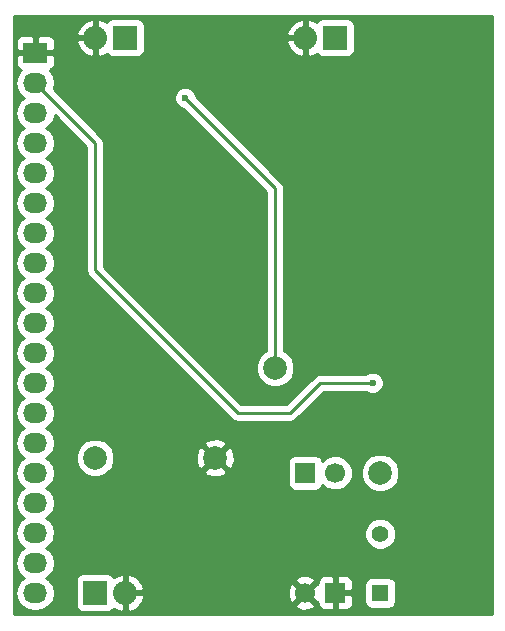
<source format=gbl>
G04 #@! TF.FileFunction,Copper,L2,Bot,Signal*
%FSLAX46Y46*%
G04 Gerber Fmt 4.6, Leading zero omitted, Abs format (unit mm)*
G04 Created by KiCad (PCBNEW 4.0.4+e1-6308~48~ubuntu16.04.1-stable) date Mon Oct 24 16:05:19 2016*
%MOMM*%
%LPD*%
G01*
G04 APERTURE LIST*
%ADD10C,0.100000*%
%ADD11R,1.400000X1.400000*%
%ADD12C,1.400000*%
%ADD13R,2.032000X2.032000*%
%ADD14O,2.032000X2.032000*%
%ADD15C,2.000000*%
%ADD16R,2.032000X1.727200*%
%ADD17O,2.032000X1.727200*%
%ADD18C,1.998980*%
%ADD19C,1.699260*%
%ADD20R,1.699260X1.699260*%
%ADD21C,0.600000*%
%ADD22C,0.250000*%
%ADD23C,0.254000*%
G04 APERTURE END LIST*
D10*
D11*
X102870000Y-124460000D03*
D12*
X102870000Y-119460000D03*
D13*
X78740000Y-124460000D03*
D14*
X81280000Y-124460000D03*
D13*
X81280000Y-77470000D03*
D14*
X78740000Y-77470000D03*
D13*
X99060000Y-77470000D03*
D14*
X96520000Y-77470000D03*
D15*
X102870000Y-114300000D03*
X93980000Y-105410000D03*
D16*
X73660000Y-78740000D03*
D17*
X73660000Y-81280000D03*
X73660000Y-83820000D03*
X73660000Y-86360000D03*
X73660000Y-88900000D03*
X73660000Y-91440000D03*
X73660000Y-93980000D03*
X73660000Y-96520000D03*
X73660000Y-99060000D03*
X73660000Y-101600000D03*
X73660000Y-104140000D03*
X73660000Y-106680000D03*
X73660000Y-109220000D03*
X73660000Y-111760000D03*
X73660000Y-114300000D03*
X73660000Y-116840000D03*
X73660000Y-119380000D03*
X73660000Y-121920000D03*
X73660000Y-124460000D03*
D18*
X78740000Y-113030000D03*
X88900000Y-113030000D03*
D19*
X99057460Y-114299480D03*
D20*
X99057460Y-124459480D03*
D19*
X96522540Y-124460520D03*
D20*
X96522540Y-114300520D03*
D21*
X86360000Y-82550000D03*
X102235000Y-106680000D03*
D22*
X93980000Y-105410000D02*
X93980000Y-90170000D01*
X93980000Y-90170000D02*
X86360000Y-82550000D01*
X78740000Y-86360000D02*
X73660000Y-81280000D01*
X78740000Y-97155000D02*
X78740000Y-86360000D01*
X90805000Y-109220000D02*
X78740000Y-97155000D01*
X95250000Y-109220000D02*
X90805000Y-109220000D01*
X97790000Y-106680000D02*
X95250000Y-109220000D01*
X102235000Y-106680000D02*
X97790000Y-106680000D01*
D23*
G36*
X112320000Y-126290000D02*
X71830000Y-126290000D01*
X71830000Y-81280000D01*
X71976655Y-81280000D01*
X72090729Y-81853489D01*
X72415585Y-82339670D01*
X72730366Y-82550000D01*
X72415585Y-82760330D01*
X72090729Y-83246511D01*
X71976655Y-83820000D01*
X72090729Y-84393489D01*
X72415585Y-84879670D01*
X72730366Y-85090000D01*
X72415585Y-85300330D01*
X72090729Y-85786511D01*
X71976655Y-86360000D01*
X72090729Y-86933489D01*
X72415585Y-87419670D01*
X72730366Y-87630000D01*
X72415585Y-87840330D01*
X72090729Y-88326511D01*
X71976655Y-88900000D01*
X72090729Y-89473489D01*
X72415585Y-89959670D01*
X72730366Y-90170000D01*
X72415585Y-90380330D01*
X72090729Y-90866511D01*
X71976655Y-91440000D01*
X72090729Y-92013489D01*
X72415585Y-92499670D01*
X72730366Y-92710000D01*
X72415585Y-92920330D01*
X72090729Y-93406511D01*
X71976655Y-93980000D01*
X72090729Y-94553489D01*
X72415585Y-95039670D01*
X72730366Y-95250000D01*
X72415585Y-95460330D01*
X72090729Y-95946511D01*
X71976655Y-96520000D01*
X72090729Y-97093489D01*
X72415585Y-97579670D01*
X72730366Y-97790000D01*
X72415585Y-98000330D01*
X72090729Y-98486511D01*
X71976655Y-99060000D01*
X72090729Y-99633489D01*
X72415585Y-100119670D01*
X72730366Y-100330000D01*
X72415585Y-100540330D01*
X72090729Y-101026511D01*
X71976655Y-101600000D01*
X72090729Y-102173489D01*
X72415585Y-102659670D01*
X72730366Y-102870000D01*
X72415585Y-103080330D01*
X72090729Y-103566511D01*
X71976655Y-104140000D01*
X72090729Y-104713489D01*
X72415585Y-105199670D01*
X72730366Y-105410000D01*
X72415585Y-105620330D01*
X72090729Y-106106511D01*
X71976655Y-106680000D01*
X72090729Y-107253489D01*
X72415585Y-107739670D01*
X72730366Y-107950000D01*
X72415585Y-108160330D01*
X72090729Y-108646511D01*
X71976655Y-109220000D01*
X72090729Y-109793489D01*
X72415585Y-110279670D01*
X72730366Y-110490000D01*
X72415585Y-110700330D01*
X72090729Y-111186511D01*
X71976655Y-111760000D01*
X72090729Y-112333489D01*
X72415585Y-112819670D01*
X72730366Y-113030000D01*
X72415585Y-113240330D01*
X72090729Y-113726511D01*
X71976655Y-114300000D01*
X72090729Y-114873489D01*
X72415585Y-115359670D01*
X72730366Y-115570000D01*
X72415585Y-115780330D01*
X72090729Y-116266511D01*
X71976655Y-116840000D01*
X72090729Y-117413489D01*
X72415585Y-117899670D01*
X72730366Y-118110000D01*
X72415585Y-118320330D01*
X72090729Y-118806511D01*
X71976655Y-119380000D01*
X72090729Y-119953489D01*
X72415585Y-120439670D01*
X72730366Y-120650000D01*
X72415585Y-120860330D01*
X72090729Y-121346511D01*
X71976655Y-121920000D01*
X72090729Y-122493489D01*
X72415585Y-122979670D01*
X72730366Y-123190000D01*
X72415585Y-123400330D01*
X72090729Y-123886511D01*
X71976655Y-124460000D01*
X72090729Y-125033489D01*
X72415585Y-125519670D01*
X72901766Y-125844526D01*
X73475255Y-125958600D01*
X73844745Y-125958600D01*
X74418234Y-125844526D01*
X74904415Y-125519670D01*
X75229271Y-125033489D01*
X75343345Y-124460000D01*
X75229271Y-123886511D01*
X74933595Y-123444000D01*
X77076560Y-123444000D01*
X77076560Y-125476000D01*
X77120838Y-125711317D01*
X77259910Y-125927441D01*
X77472110Y-126072431D01*
X77724000Y-126123440D01*
X79756000Y-126123440D01*
X79991317Y-126079162D01*
X80207441Y-125940090D01*
X80307856Y-125793128D01*
X80311621Y-125797188D01*
X80897054Y-126065983D01*
X81153000Y-125947367D01*
X81153000Y-124587000D01*
X81407000Y-124587000D01*
X81407000Y-125947367D01*
X81662946Y-126065983D01*
X82248379Y-125797188D01*
X82520043Y-125504210D01*
X95658455Y-125504210D01*
X95738682Y-125755473D01*
X96293907Y-125956870D01*
X96883939Y-125930461D01*
X97306398Y-125755473D01*
X97386625Y-125504210D01*
X96522540Y-124640125D01*
X95658455Y-125504210D01*
X82520043Y-125504210D01*
X82686385Y-125324818D01*
X82885975Y-124842944D01*
X82766836Y-124587000D01*
X81407000Y-124587000D01*
X81153000Y-124587000D01*
X81133000Y-124587000D01*
X81133000Y-124333000D01*
X81153000Y-124333000D01*
X81153000Y-122972633D01*
X81407000Y-122972633D01*
X81407000Y-124333000D01*
X82766836Y-124333000D01*
X82813902Y-124231887D01*
X95026190Y-124231887D01*
X95052599Y-124821919D01*
X95227587Y-125244378D01*
X95478850Y-125324605D01*
X96342935Y-124460520D01*
X96702145Y-124460520D01*
X97566230Y-125324605D01*
X97572830Y-125322498D01*
X97572830Y-125435419D01*
X97669503Y-125668808D01*
X97848131Y-125847437D01*
X98081520Y-125944110D01*
X98771710Y-125944110D01*
X98930460Y-125785360D01*
X98930460Y-124586480D01*
X99184460Y-124586480D01*
X99184460Y-125785360D01*
X99343210Y-125944110D01*
X100033400Y-125944110D01*
X100266789Y-125847437D01*
X100445417Y-125668808D01*
X100542090Y-125435419D01*
X100542090Y-124745230D01*
X100383340Y-124586480D01*
X99184460Y-124586480D01*
X98930460Y-124586480D01*
X98910460Y-124586480D01*
X98910460Y-124332480D01*
X98930460Y-124332480D01*
X98930460Y-123133600D01*
X99184460Y-123133600D01*
X99184460Y-124332480D01*
X100383340Y-124332480D01*
X100542090Y-124173730D01*
X100542090Y-123760000D01*
X101522560Y-123760000D01*
X101522560Y-125160000D01*
X101566838Y-125395317D01*
X101705910Y-125611441D01*
X101918110Y-125756431D01*
X102170000Y-125807440D01*
X103570000Y-125807440D01*
X103805317Y-125763162D01*
X104021441Y-125624090D01*
X104166431Y-125411890D01*
X104217440Y-125160000D01*
X104217440Y-123760000D01*
X104173162Y-123524683D01*
X104034090Y-123308559D01*
X103821890Y-123163569D01*
X103570000Y-123112560D01*
X102170000Y-123112560D01*
X101934683Y-123156838D01*
X101718559Y-123295910D01*
X101573569Y-123508110D01*
X101522560Y-123760000D01*
X100542090Y-123760000D01*
X100542090Y-123483541D01*
X100445417Y-123250152D01*
X100266789Y-123071523D01*
X100033400Y-122974850D01*
X99343210Y-122974850D01*
X99184460Y-123133600D01*
X98930460Y-123133600D01*
X98771710Y-122974850D01*
X98081520Y-122974850D01*
X97848131Y-123071523D01*
X97669503Y-123250152D01*
X97572830Y-123483541D01*
X97572830Y-123598542D01*
X97566230Y-123596435D01*
X96702145Y-124460520D01*
X96342935Y-124460520D01*
X95478850Y-123596435D01*
X95227587Y-123676662D01*
X95026190Y-124231887D01*
X82813902Y-124231887D01*
X82885975Y-124077056D01*
X82686385Y-123595182D01*
X82521008Y-123416830D01*
X95658455Y-123416830D01*
X96522540Y-124280915D01*
X97386625Y-123416830D01*
X97306398Y-123165567D01*
X96751173Y-122964170D01*
X96161141Y-122990579D01*
X95738682Y-123165567D01*
X95658455Y-123416830D01*
X82521008Y-123416830D01*
X82248379Y-123122812D01*
X81662946Y-122854017D01*
X81407000Y-122972633D01*
X81153000Y-122972633D01*
X80897054Y-122854017D01*
X80311621Y-123122812D01*
X80307066Y-123127724D01*
X80220090Y-122992559D01*
X80007890Y-122847569D01*
X79756000Y-122796560D01*
X77724000Y-122796560D01*
X77488683Y-122840838D01*
X77272559Y-122979910D01*
X77127569Y-123192110D01*
X77076560Y-123444000D01*
X74933595Y-123444000D01*
X74904415Y-123400330D01*
X74589634Y-123190000D01*
X74904415Y-122979670D01*
X75229271Y-122493489D01*
X75343345Y-121920000D01*
X75229271Y-121346511D01*
X74904415Y-120860330D01*
X74589634Y-120650000D01*
X74904415Y-120439670D01*
X75229271Y-119953489D01*
X75274842Y-119724383D01*
X101534769Y-119724383D01*
X101737582Y-120215229D01*
X102112796Y-120591098D01*
X102603287Y-120794768D01*
X103134383Y-120795231D01*
X103625229Y-120592418D01*
X104001098Y-120217204D01*
X104204768Y-119726713D01*
X104205231Y-119195617D01*
X104002418Y-118704771D01*
X103627204Y-118328902D01*
X103136713Y-118125232D01*
X102605617Y-118124769D01*
X102114771Y-118327582D01*
X101738902Y-118702796D01*
X101535232Y-119193287D01*
X101534769Y-119724383D01*
X75274842Y-119724383D01*
X75343345Y-119380000D01*
X75229271Y-118806511D01*
X74904415Y-118320330D01*
X74589634Y-118110000D01*
X74904415Y-117899670D01*
X75229271Y-117413489D01*
X75343345Y-116840000D01*
X75229271Y-116266511D01*
X74904415Y-115780330D01*
X74589634Y-115570000D01*
X74904415Y-115359670D01*
X75229271Y-114873489D01*
X75343345Y-114300000D01*
X75229271Y-113726511D01*
X74980163Y-113353694D01*
X77105226Y-113353694D01*
X77353538Y-113954655D01*
X77812927Y-114414846D01*
X78413453Y-114664206D01*
X79063694Y-114664774D01*
X79664655Y-114416462D01*
X79899363Y-114182163D01*
X87927443Y-114182163D01*
X88026042Y-114448965D01*
X88635582Y-114675401D01*
X89285377Y-114651341D01*
X89773958Y-114448965D01*
X89872557Y-114182163D01*
X88900000Y-113209605D01*
X87927443Y-114182163D01*
X79899363Y-114182163D01*
X80124846Y-113957073D01*
X80374206Y-113356547D01*
X80374722Y-112765582D01*
X87254599Y-112765582D01*
X87278659Y-113415377D01*
X87481035Y-113903958D01*
X87747837Y-114002557D01*
X88720395Y-113030000D01*
X89079605Y-113030000D01*
X90052163Y-114002557D01*
X90318965Y-113903958D01*
X90487273Y-113450890D01*
X95025470Y-113450890D01*
X95025470Y-115150150D01*
X95069748Y-115385467D01*
X95208820Y-115601591D01*
X95421020Y-115746581D01*
X95672910Y-115797590D01*
X97372170Y-115797590D01*
X97607487Y-115753312D01*
X97823611Y-115614240D01*
X97968601Y-115402040D01*
X97984073Y-115325637D01*
X98215386Y-115557354D01*
X98760853Y-115783852D01*
X99351476Y-115784368D01*
X99897337Y-115558822D01*
X100315334Y-115141554D01*
X100530326Y-114623795D01*
X101234716Y-114623795D01*
X101483106Y-115224943D01*
X101942637Y-115685278D01*
X102543352Y-115934716D01*
X103193795Y-115935284D01*
X103794943Y-115686894D01*
X104255278Y-115227363D01*
X104504716Y-114626648D01*
X104505284Y-113976205D01*
X104256894Y-113375057D01*
X103797363Y-112914722D01*
X103196648Y-112665284D01*
X102546205Y-112664716D01*
X101945057Y-112913106D01*
X101484722Y-113372637D01*
X101235284Y-113973352D01*
X101234716Y-114623795D01*
X100530326Y-114623795D01*
X100541832Y-114596087D01*
X100542348Y-114005464D01*
X100316802Y-113459603D01*
X99899534Y-113041606D01*
X99354067Y-112815108D01*
X98763444Y-112814592D01*
X98217583Y-113040138D01*
X97985849Y-113271468D01*
X97975332Y-113215573D01*
X97836260Y-112999449D01*
X97624060Y-112854459D01*
X97372170Y-112803450D01*
X95672910Y-112803450D01*
X95437593Y-112847728D01*
X95221469Y-112986800D01*
X95076479Y-113199000D01*
X95025470Y-113450890D01*
X90487273Y-113450890D01*
X90545401Y-113294418D01*
X90521341Y-112644623D01*
X90318965Y-112156042D01*
X90052163Y-112057443D01*
X89079605Y-113030000D01*
X88720395Y-113030000D01*
X87747837Y-112057443D01*
X87481035Y-112156042D01*
X87254599Y-112765582D01*
X80374722Y-112765582D01*
X80374774Y-112706306D01*
X80126462Y-112105345D01*
X79899351Y-111877837D01*
X87927443Y-111877837D01*
X88900000Y-112850395D01*
X89872557Y-111877837D01*
X89773958Y-111611035D01*
X89164418Y-111384599D01*
X88514623Y-111408659D01*
X88026042Y-111611035D01*
X87927443Y-111877837D01*
X79899351Y-111877837D01*
X79667073Y-111645154D01*
X79066547Y-111395794D01*
X78416306Y-111395226D01*
X77815345Y-111643538D01*
X77355154Y-112102927D01*
X77105794Y-112703453D01*
X77105226Y-113353694D01*
X74980163Y-113353694D01*
X74904415Y-113240330D01*
X74589634Y-113030000D01*
X74904415Y-112819670D01*
X75229271Y-112333489D01*
X75343345Y-111760000D01*
X75229271Y-111186511D01*
X74904415Y-110700330D01*
X74589634Y-110490000D01*
X74904415Y-110279670D01*
X75229271Y-109793489D01*
X75343345Y-109220000D01*
X75229271Y-108646511D01*
X74904415Y-108160330D01*
X74589634Y-107950000D01*
X74904415Y-107739670D01*
X75229271Y-107253489D01*
X75343345Y-106680000D01*
X75229271Y-106106511D01*
X74904415Y-105620330D01*
X74589634Y-105410000D01*
X74904415Y-105199670D01*
X75229271Y-104713489D01*
X75343345Y-104140000D01*
X75229271Y-103566511D01*
X74904415Y-103080330D01*
X74589634Y-102870000D01*
X74904415Y-102659670D01*
X75229271Y-102173489D01*
X75343345Y-101600000D01*
X75229271Y-101026511D01*
X74904415Y-100540330D01*
X74589634Y-100330000D01*
X74904415Y-100119670D01*
X75229271Y-99633489D01*
X75343345Y-99060000D01*
X75229271Y-98486511D01*
X74904415Y-98000330D01*
X74589634Y-97790000D01*
X74904415Y-97579670D01*
X75229271Y-97093489D01*
X75343345Y-96520000D01*
X75229271Y-95946511D01*
X74904415Y-95460330D01*
X74589634Y-95250000D01*
X74904415Y-95039670D01*
X75229271Y-94553489D01*
X75343345Y-93980000D01*
X75229271Y-93406511D01*
X74904415Y-92920330D01*
X74589634Y-92710000D01*
X74904415Y-92499670D01*
X75229271Y-92013489D01*
X75343345Y-91440000D01*
X75229271Y-90866511D01*
X74904415Y-90380330D01*
X74589634Y-90170000D01*
X74904415Y-89959670D01*
X75229271Y-89473489D01*
X75343345Y-88900000D01*
X75229271Y-88326511D01*
X74904415Y-87840330D01*
X74589634Y-87630000D01*
X74904415Y-87419670D01*
X75229271Y-86933489D01*
X75343345Y-86360000D01*
X75229271Y-85786511D01*
X74904415Y-85300330D01*
X74589634Y-85090000D01*
X74904415Y-84879670D01*
X75229271Y-84393489D01*
X75307152Y-84001954D01*
X77980000Y-86674802D01*
X77980000Y-97155000D01*
X78037852Y-97445839D01*
X78202599Y-97692401D01*
X90267599Y-109757401D01*
X90514161Y-109922148D01*
X90805000Y-109980000D01*
X95250000Y-109980000D01*
X95540839Y-109922148D01*
X95787401Y-109757401D01*
X98104802Y-107440000D01*
X101672537Y-107440000D01*
X101704673Y-107472192D01*
X102048201Y-107614838D01*
X102420167Y-107615162D01*
X102763943Y-107473117D01*
X103027192Y-107210327D01*
X103169838Y-106866799D01*
X103170162Y-106494833D01*
X103028117Y-106151057D01*
X102765327Y-105887808D01*
X102421799Y-105745162D01*
X102049833Y-105744838D01*
X101706057Y-105886883D01*
X101672882Y-105920000D01*
X97790000Y-105920000D01*
X97547414Y-105968254D01*
X97499160Y-105977852D01*
X97252599Y-106142599D01*
X94935198Y-108460000D01*
X91119802Y-108460000D01*
X79500000Y-96840198D01*
X79500000Y-86360000D01*
X79442148Y-86069161D01*
X79277401Y-85822599D01*
X76189969Y-82735167D01*
X85424838Y-82735167D01*
X85566883Y-83078943D01*
X85829673Y-83342192D01*
X86173201Y-83484838D01*
X86220077Y-83484879D01*
X93220000Y-90484802D01*
X93220000Y-103954953D01*
X93055057Y-104023106D01*
X92594722Y-104482637D01*
X92345284Y-105083352D01*
X92344716Y-105733795D01*
X92593106Y-106334943D01*
X93052637Y-106795278D01*
X93653352Y-107044716D01*
X94303795Y-107045284D01*
X94904943Y-106796894D01*
X95365278Y-106337363D01*
X95614716Y-105736648D01*
X95615284Y-105086205D01*
X95366894Y-104485057D01*
X94907363Y-104024722D01*
X94740000Y-103955227D01*
X94740000Y-90170000D01*
X94717219Y-90055474D01*
X94682148Y-89879160D01*
X94517401Y-89632599D01*
X87295122Y-82410320D01*
X87295162Y-82364833D01*
X87153117Y-82021057D01*
X86890327Y-81757808D01*
X86546799Y-81615162D01*
X86174833Y-81614838D01*
X85831057Y-81756883D01*
X85567808Y-82019673D01*
X85425162Y-82363201D01*
X85424838Y-82735167D01*
X76189969Y-82735167D01*
X75242381Y-81787579D01*
X75343345Y-81280000D01*
X75229271Y-80706511D01*
X74904415Y-80220330D01*
X74882220Y-80205500D01*
X75035699Y-80141927D01*
X75214327Y-79963298D01*
X75311000Y-79729909D01*
X75311000Y-79025750D01*
X75152250Y-78867000D01*
X73787000Y-78867000D01*
X73787000Y-78887000D01*
X73533000Y-78887000D01*
X73533000Y-78867000D01*
X72167750Y-78867000D01*
X72009000Y-79025750D01*
X72009000Y-79729909D01*
X72105673Y-79963298D01*
X72284301Y-80141927D01*
X72437780Y-80205500D01*
X72415585Y-80220330D01*
X72090729Y-80706511D01*
X71976655Y-81280000D01*
X71830000Y-81280000D01*
X71830000Y-77750091D01*
X72009000Y-77750091D01*
X72009000Y-78454250D01*
X72167750Y-78613000D01*
X73533000Y-78613000D01*
X73533000Y-77400150D01*
X73787000Y-77400150D01*
X73787000Y-78613000D01*
X75152250Y-78613000D01*
X75311000Y-78454250D01*
X75311000Y-77852944D01*
X77134025Y-77852944D01*
X77333615Y-78334818D01*
X77771621Y-78807188D01*
X78357054Y-79075983D01*
X78613000Y-78957367D01*
X78613000Y-77597000D01*
X77253164Y-77597000D01*
X77134025Y-77852944D01*
X75311000Y-77852944D01*
X75311000Y-77750091D01*
X75214327Y-77516702D01*
X75035699Y-77338073D01*
X74802310Y-77241400D01*
X73945750Y-77241400D01*
X73787000Y-77400150D01*
X73533000Y-77400150D01*
X73374250Y-77241400D01*
X72517690Y-77241400D01*
X72284301Y-77338073D01*
X72105673Y-77516702D01*
X72009000Y-77750091D01*
X71830000Y-77750091D01*
X71830000Y-77087056D01*
X77134025Y-77087056D01*
X77253164Y-77343000D01*
X78613000Y-77343000D01*
X78613000Y-75982633D01*
X78867000Y-75982633D01*
X78867000Y-77343000D01*
X78887000Y-77343000D01*
X78887000Y-77597000D01*
X78867000Y-77597000D01*
X78867000Y-78957367D01*
X79122946Y-79075983D01*
X79708379Y-78807188D01*
X79712934Y-78802276D01*
X79799910Y-78937441D01*
X80012110Y-79082431D01*
X80264000Y-79133440D01*
X82296000Y-79133440D01*
X82531317Y-79089162D01*
X82747441Y-78950090D01*
X82892431Y-78737890D01*
X82943440Y-78486000D01*
X82943440Y-77852944D01*
X94914025Y-77852944D01*
X95113615Y-78334818D01*
X95551621Y-78807188D01*
X96137054Y-79075983D01*
X96393000Y-78957367D01*
X96393000Y-77597000D01*
X95033164Y-77597000D01*
X94914025Y-77852944D01*
X82943440Y-77852944D01*
X82943440Y-77087056D01*
X94914025Y-77087056D01*
X95033164Y-77343000D01*
X96393000Y-77343000D01*
X96393000Y-75982633D01*
X96647000Y-75982633D01*
X96647000Y-77343000D01*
X96667000Y-77343000D01*
X96667000Y-77597000D01*
X96647000Y-77597000D01*
X96647000Y-78957367D01*
X96902946Y-79075983D01*
X97488379Y-78807188D01*
X97492934Y-78802276D01*
X97579910Y-78937441D01*
X97792110Y-79082431D01*
X98044000Y-79133440D01*
X100076000Y-79133440D01*
X100311317Y-79089162D01*
X100527441Y-78950090D01*
X100672431Y-78737890D01*
X100723440Y-78486000D01*
X100723440Y-76454000D01*
X100679162Y-76218683D01*
X100540090Y-76002559D01*
X100327890Y-75857569D01*
X100076000Y-75806560D01*
X98044000Y-75806560D01*
X97808683Y-75850838D01*
X97592559Y-75989910D01*
X97492144Y-76136872D01*
X97488379Y-76132812D01*
X96902946Y-75864017D01*
X96647000Y-75982633D01*
X96393000Y-75982633D01*
X96137054Y-75864017D01*
X95551621Y-76132812D01*
X95113615Y-76605182D01*
X94914025Y-77087056D01*
X82943440Y-77087056D01*
X82943440Y-76454000D01*
X82899162Y-76218683D01*
X82760090Y-76002559D01*
X82547890Y-75857569D01*
X82296000Y-75806560D01*
X80264000Y-75806560D01*
X80028683Y-75850838D01*
X79812559Y-75989910D01*
X79712144Y-76136872D01*
X79708379Y-76132812D01*
X79122946Y-75864017D01*
X78867000Y-75982633D01*
X78613000Y-75982633D01*
X78357054Y-75864017D01*
X77771621Y-76132812D01*
X77333615Y-76605182D01*
X77134025Y-77087056D01*
X71830000Y-77087056D01*
X71830000Y-75640000D01*
X112320000Y-75640000D01*
X112320000Y-126290000D01*
X112320000Y-126290000D01*
G37*
X112320000Y-126290000D02*
X71830000Y-126290000D01*
X71830000Y-81280000D01*
X71976655Y-81280000D01*
X72090729Y-81853489D01*
X72415585Y-82339670D01*
X72730366Y-82550000D01*
X72415585Y-82760330D01*
X72090729Y-83246511D01*
X71976655Y-83820000D01*
X72090729Y-84393489D01*
X72415585Y-84879670D01*
X72730366Y-85090000D01*
X72415585Y-85300330D01*
X72090729Y-85786511D01*
X71976655Y-86360000D01*
X72090729Y-86933489D01*
X72415585Y-87419670D01*
X72730366Y-87630000D01*
X72415585Y-87840330D01*
X72090729Y-88326511D01*
X71976655Y-88900000D01*
X72090729Y-89473489D01*
X72415585Y-89959670D01*
X72730366Y-90170000D01*
X72415585Y-90380330D01*
X72090729Y-90866511D01*
X71976655Y-91440000D01*
X72090729Y-92013489D01*
X72415585Y-92499670D01*
X72730366Y-92710000D01*
X72415585Y-92920330D01*
X72090729Y-93406511D01*
X71976655Y-93980000D01*
X72090729Y-94553489D01*
X72415585Y-95039670D01*
X72730366Y-95250000D01*
X72415585Y-95460330D01*
X72090729Y-95946511D01*
X71976655Y-96520000D01*
X72090729Y-97093489D01*
X72415585Y-97579670D01*
X72730366Y-97790000D01*
X72415585Y-98000330D01*
X72090729Y-98486511D01*
X71976655Y-99060000D01*
X72090729Y-99633489D01*
X72415585Y-100119670D01*
X72730366Y-100330000D01*
X72415585Y-100540330D01*
X72090729Y-101026511D01*
X71976655Y-101600000D01*
X72090729Y-102173489D01*
X72415585Y-102659670D01*
X72730366Y-102870000D01*
X72415585Y-103080330D01*
X72090729Y-103566511D01*
X71976655Y-104140000D01*
X72090729Y-104713489D01*
X72415585Y-105199670D01*
X72730366Y-105410000D01*
X72415585Y-105620330D01*
X72090729Y-106106511D01*
X71976655Y-106680000D01*
X72090729Y-107253489D01*
X72415585Y-107739670D01*
X72730366Y-107950000D01*
X72415585Y-108160330D01*
X72090729Y-108646511D01*
X71976655Y-109220000D01*
X72090729Y-109793489D01*
X72415585Y-110279670D01*
X72730366Y-110490000D01*
X72415585Y-110700330D01*
X72090729Y-111186511D01*
X71976655Y-111760000D01*
X72090729Y-112333489D01*
X72415585Y-112819670D01*
X72730366Y-113030000D01*
X72415585Y-113240330D01*
X72090729Y-113726511D01*
X71976655Y-114300000D01*
X72090729Y-114873489D01*
X72415585Y-115359670D01*
X72730366Y-115570000D01*
X72415585Y-115780330D01*
X72090729Y-116266511D01*
X71976655Y-116840000D01*
X72090729Y-117413489D01*
X72415585Y-117899670D01*
X72730366Y-118110000D01*
X72415585Y-118320330D01*
X72090729Y-118806511D01*
X71976655Y-119380000D01*
X72090729Y-119953489D01*
X72415585Y-120439670D01*
X72730366Y-120650000D01*
X72415585Y-120860330D01*
X72090729Y-121346511D01*
X71976655Y-121920000D01*
X72090729Y-122493489D01*
X72415585Y-122979670D01*
X72730366Y-123190000D01*
X72415585Y-123400330D01*
X72090729Y-123886511D01*
X71976655Y-124460000D01*
X72090729Y-125033489D01*
X72415585Y-125519670D01*
X72901766Y-125844526D01*
X73475255Y-125958600D01*
X73844745Y-125958600D01*
X74418234Y-125844526D01*
X74904415Y-125519670D01*
X75229271Y-125033489D01*
X75343345Y-124460000D01*
X75229271Y-123886511D01*
X74933595Y-123444000D01*
X77076560Y-123444000D01*
X77076560Y-125476000D01*
X77120838Y-125711317D01*
X77259910Y-125927441D01*
X77472110Y-126072431D01*
X77724000Y-126123440D01*
X79756000Y-126123440D01*
X79991317Y-126079162D01*
X80207441Y-125940090D01*
X80307856Y-125793128D01*
X80311621Y-125797188D01*
X80897054Y-126065983D01*
X81153000Y-125947367D01*
X81153000Y-124587000D01*
X81407000Y-124587000D01*
X81407000Y-125947367D01*
X81662946Y-126065983D01*
X82248379Y-125797188D01*
X82520043Y-125504210D01*
X95658455Y-125504210D01*
X95738682Y-125755473D01*
X96293907Y-125956870D01*
X96883939Y-125930461D01*
X97306398Y-125755473D01*
X97386625Y-125504210D01*
X96522540Y-124640125D01*
X95658455Y-125504210D01*
X82520043Y-125504210D01*
X82686385Y-125324818D01*
X82885975Y-124842944D01*
X82766836Y-124587000D01*
X81407000Y-124587000D01*
X81153000Y-124587000D01*
X81133000Y-124587000D01*
X81133000Y-124333000D01*
X81153000Y-124333000D01*
X81153000Y-122972633D01*
X81407000Y-122972633D01*
X81407000Y-124333000D01*
X82766836Y-124333000D01*
X82813902Y-124231887D01*
X95026190Y-124231887D01*
X95052599Y-124821919D01*
X95227587Y-125244378D01*
X95478850Y-125324605D01*
X96342935Y-124460520D01*
X96702145Y-124460520D01*
X97566230Y-125324605D01*
X97572830Y-125322498D01*
X97572830Y-125435419D01*
X97669503Y-125668808D01*
X97848131Y-125847437D01*
X98081520Y-125944110D01*
X98771710Y-125944110D01*
X98930460Y-125785360D01*
X98930460Y-124586480D01*
X99184460Y-124586480D01*
X99184460Y-125785360D01*
X99343210Y-125944110D01*
X100033400Y-125944110D01*
X100266789Y-125847437D01*
X100445417Y-125668808D01*
X100542090Y-125435419D01*
X100542090Y-124745230D01*
X100383340Y-124586480D01*
X99184460Y-124586480D01*
X98930460Y-124586480D01*
X98910460Y-124586480D01*
X98910460Y-124332480D01*
X98930460Y-124332480D01*
X98930460Y-123133600D01*
X99184460Y-123133600D01*
X99184460Y-124332480D01*
X100383340Y-124332480D01*
X100542090Y-124173730D01*
X100542090Y-123760000D01*
X101522560Y-123760000D01*
X101522560Y-125160000D01*
X101566838Y-125395317D01*
X101705910Y-125611441D01*
X101918110Y-125756431D01*
X102170000Y-125807440D01*
X103570000Y-125807440D01*
X103805317Y-125763162D01*
X104021441Y-125624090D01*
X104166431Y-125411890D01*
X104217440Y-125160000D01*
X104217440Y-123760000D01*
X104173162Y-123524683D01*
X104034090Y-123308559D01*
X103821890Y-123163569D01*
X103570000Y-123112560D01*
X102170000Y-123112560D01*
X101934683Y-123156838D01*
X101718559Y-123295910D01*
X101573569Y-123508110D01*
X101522560Y-123760000D01*
X100542090Y-123760000D01*
X100542090Y-123483541D01*
X100445417Y-123250152D01*
X100266789Y-123071523D01*
X100033400Y-122974850D01*
X99343210Y-122974850D01*
X99184460Y-123133600D01*
X98930460Y-123133600D01*
X98771710Y-122974850D01*
X98081520Y-122974850D01*
X97848131Y-123071523D01*
X97669503Y-123250152D01*
X97572830Y-123483541D01*
X97572830Y-123598542D01*
X97566230Y-123596435D01*
X96702145Y-124460520D01*
X96342935Y-124460520D01*
X95478850Y-123596435D01*
X95227587Y-123676662D01*
X95026190Y-124231887D01*
X82813902Y-124231887D01*
X82885975Y-124077056D01*
X82686385Y-123595182D01*
X82521008Y-123416830D01*
X95658455Y-123416830D01*
X96522540Y-124280915D01*
X97386625Y-123416830D01*
X97306398Y-123165567D01*
X96751173Y-122964170D01*
X96161141Y-122990579D01*
X95738682Y-123165567D01*
X95658455Y-123416830D01*
X82521008Y-123416830D01*
X82248379Y-123122812D01*
X81662946Y-122854017D01*
X81407000Y-122972633D01*
X81153000Y-122972633D01*
X80897054Y-122854017D01*
X80311621Y-123122812D01*
X80307066Y-123127724D01*
X80220090Y-122992559D01*
X80007890Y-122847569D01*
X79756000Y-122796560D01*
X77724000Y-122796560D01*
X77488683Y-122840838D01*
X77272559Y-122979910D01*
X77127569Y-123192110D01*
X77076560Y-123444000D01*
X74933595Y-123444000D01*
X74904415Y-123400330D01*
X74589634Y-123190000D01*
X74904415Y-122979670D01*
X75229271Y-122493489D01*
X75343345Y-121920000D01*
X75229271Y-121346511D01*
X74904415Y-120860330D01*
X74589634Y-120650000D01*
X74904415Y-120439670D01*
X75229271Y-119953489D01*
X75274842Y-119724383D01*
X101534769Y-119724383D01*
X101737582Y-120215229D01*
X102112796Y-120591098D01*
X102603287Y-120794768D01*
X103134383Y-120795231D01*
X103625229Y-120592418D01*
X104001098Y-120217204D01*
X104204768Y-119726713D01*
X104205231Y-119195617D01*
X104002418Y-118704771D01*
X103627204Y-118328902D01*
X103136713Y-118125232D01*
X102605617Y-118124769D01*
X102114771Y-118327582D01*
X101738902Y-118702796D01*
X101535232Y-119193287D01*
X101534769Y-119724383D01*
X75274842Y-119724383D01*
X75343345Y-119380000D01*
X75229271Y-118806511D01*
X74904415Y-118320330D01*
X74589634Y-118110000D01*
X74904415Y-117899670D01*
X75229271Y-117413489D01*
X75343345Y-116840000D01*
X75229271Y-116266511D01*
X74904415Y-115780330D01*
X74589634Y-115570000D01*
X74904415Y-115359670D01*
X75229271Y-114873489D01*
X75343345Y-114300000D01*
X75229271Y-113726511D01*
X74980163Y-113353694D01*
X77105226Y-113353694D01*
X77353538Y-113954655D01*
X77812927Y-114414846D01*
X78413453Y-114664206D01*
X79063694Y-114664774D01*
X79664655Y-114416462D01*
X79899363Y-114182163D01*
X87927443Y-114182163D01*
X88026042Y-114448965D01*
X88635582Y-114675401D01*
X89285377Y-114651341D01*
X89773958Y-114448965D01*
X89872557Y-114182163D01*
X88900000Y-113209605D01*
X87927443Y-114182163D01*
X79899363Y-114182163D01*
X80124846Y-113957073D01*
X80374206Y-113356547D01*
X80374722Y-112765582D01*
X87254599Y-112765582D01*
X87278659Y-113415377D01*
X87481035Y-113903958D01*
X87747837Y-114002557D01*
X88720395Y-113030000D01*
X89079605Y-113030000D01*
X90052163Y-114002557D01*
X90318965Y-113903958D01*
X90487273Y-113450890D01*
X95025470Y-113450890D01*
X95025470Y-115150150D01*
X95069748Y-115385467D01*
X95208820Y-115601591D01*
X95421020Y-115746581D01*
X95672910Y-115797590D01*
X97372170Y-115797590D01*
X97607487Y-115753312D01*
X97823611Y-115614240D01*
X97968601Y-115402040D01*
X97984073Y-115325637D01*
X98215386Y-115557354D01*
X98760853Y-115783852D01*
X99351476Y-115784368D01*
X99897337Y-115558822D01*
X100315334Y-115141554D01*
X100530326Y-114623795D01*
X101234716Y-114623795D01*
X101483106Y-115224943D01*
X101942637Y-115685278D01*
X102543352Y-115934716D01*
X103193795Y-115935284D01*
X103794943Y-115686894D01*
X104255278Y-115227363D01*
X104504716Y-114626648D01*
X104505284Y-113976205D01*
X104256894Y-113375057D01*
X103797363Y-112914722D01*
X103196648Y-112665284D01*
X102546205Y-112664716D01*
X101945057Y-112913106D01*
X101484722Y-113372637D01*
X101235284Y-113973352D01*
X101234716Y-114623795D01*
X100530326Y-114623795D01*
X100541832Y-114596087D01*
X100542348Y-114005464D01*
X100316802Y-113459603D01*
X99899534Y-113041606D01*
X99354067Y-112815108D01*
X98763444Y-112814592D01*
X98217583Y-113040138D01*
X97985849Y-113271468D01*
X97975332Y-113215573D01*
X97836260Y-112999449D01*
X97624060Y-112854459D01*
X97372170Y-112803450D01*
X95672910Y-112803450D01*
X95437593Y-112847728D01*
X95221469Y-112986800D01*
X95076479Y-113199000D01*
X95025470Y-113450890D01*
X90487273Y-113450890D01*
X90545401Y-113294418D01*
X90521341Y-112644623D01*
X90318965Y-112156042D01*
X90052163Y-112057443D01*
X89079605Y-113030000D01*
X88720395Y-113030000D01*
X87747837Y-112057443D01*
X87481035Y-112156042D01*
X87254599Y-112765582D01*
X80374722Y-112765582D01*
X80374774Y-112706306D01*
X80126462Y-112105345D01*
X79899351Y-111877837D01*
X87927443Y-111877837D01*
X88900000Y-112850395D01*
X89872557Y-111877837D01*
X89773958Y-111611035D01*
X89164418Y-111384599D01*
X88514623Y-111408659D01*
X88026042Y-111611035D01*
X87927443Y-111877837D01*
X79899351Y-111877837D01*
X79667073Y-111645154D01*
X79066547Y-111395794D01*
X78416306Y-111395226D01*
X77815345Y-111643538D01*
X77355154Y-112102927D01*
X77105794Y-112703453D01*
X77105226Y-113353694D01*
X74980163Y-113353694D01*
X74904415Y-113240330D01*
X74589634Y-113030000D01*
X74904415Y-112819670D01*
X75229271Y-112333489D01*
X75343345Y-111760000D01*
X75229271Y-111186511D01*
X74904415Y-110700330D01*
X74589634Y-110490000D01*
X74904415Y-110279670D01*
X75229271Y-109793489D01*
X75343345Y-109220000D01*
X75229271Y-108646511D01*
X74904415Y-108160330D01*
X74589634Y-107950000D01*
X74904415Y-107739670D01*
X75229271Y-107253489D01*
X75343345Y-106680000D01*
X75229271Y-106106511D01*
X74904415Y-105620330D01*
X74589634Y-105410000D01*
X74904415Y-105199670D01*
X75229271Y-104713489D01*
X75343345Y-104140000D01*
X75229271Y-103566511D01*
X74904415Y-103080330D01*
X74589634Y-102870000D01*
X74904415Y-102659670D01*
X75229271Y-102173489D01*
X75343345Y-101600000D01*
X75229271Y-101026511D01*
X74904415Y-100540330D01*
X74589634Y-100330000D01*
X74904415Y-100119670D01*
X75229271Y-99633489D01*
X75343345Y-99060000D01*
X75229271Y-98486511D01*
X74904415Y-98000330D01*
X74589634Y-97790000D01*
X74904415Y-97579670D01*
X75229271Y-97093489D01*
X75343345Y-96520000D01*
X75229271Y-95946511D01*
X74904415Y-95460330D01*
X74589634Y-95250000D01*
X74904415Y-95039670D01*
X75229271Y-94553489D01*
X75343345Y-93980000D01*
X75229271Y-93406511D01*
X74904415Y-92920330D01*
X74589634Y-92710000D01*
X74904415Y-92499670D01*
X75229271Y-92013489D01*
X75343345Y-91440000D01*
X75229271Y-90866511D01*
X74904415Y-90380330D01*
X74589634Y-90170000D01*
X74904415Y-89959670D01*
X75229271Y-89473489D01*
X75343345Y-88900000D01*
X75229271Y-88326511D01*
X74904415Y-87840330D01*
X74589634Y-87630000D01*
X74904415Y-87419670D01*
X75229271Y-86933489D01*
X75343345Y-86360000D01*
X75229271Y-85786511D01*
X74904415Y-85300330D01*
X74589634Y-85090000D01*
X74904415Y-84879670D01*
X75229271Y-84393489D01*
X75307152Y-84001954D01*
X77980000Y-86674802D01*
X77980000Y-97155000D01*
X78037852Y-97445839D01*
X78202599Y-97692401D01*
X90267599Y-109757401D01*
X90514161Y-109922148D01*
X90805000Y-109980000D01*
X95250000Y-109980000D01*
X95540839Y-109922148D01*
X95787401Y-109757401D01*
X98104802Y-107440000D01*
X101672537Y-107440000D01*
X101704673Y-107472192D01*
X102048201Y-107614838D01*
X102420167Y-107615162D01*
X102763943Y-107473117D01*
X103027192Y-107210327D01*
X103169838Y-106866799D01*
X103170162Y-106494833D01*
X103028117Y-106151057D01*
X102765327Y-105887808D01*
X102421799Y-105745162D01*
X102049833Y-105744838D01*
X101706057Y-105886883D01*
X101672882Y-105920000D01*
X97790000Y-105920000D01*
X97547414Y-105968254D01*
X97499160Y-105977852D01*
X97252599Y-106142599D01*
X94935198Y-108460000D01*
X91119802Y-108460000D01*
X79500000Y-96840198D01*
X79500000Y-86360000D01*
X79442148Y-86069161D01*
X79277401Y-85822599D01*
X76189969Y-82735167D01*
X85424838Y-82735167D01*
X85566883Y-83078943D01*
X85829673Y-83342192D01*
X86173201Y-83484838D01*
X86220077Y-83484879D01*
X93220000Y-90484802D01*
X93220000Y-103954953D01*
X93055057Y-104023106D01*
X92594722Y-104482637D01*
X92345284Y-105083352D01*
X92344716Y-105733795D01*
X92593106Y-106334943D01*
X93052637Y-106795278D01*
X93653352Y-107044716D01*
X94303795Y-107045284D01*
X94904943Y-106796894D01*
X95365278Y-106337363D01*
X95614716Y-105736648D01*
X95615284Y-105086205D01*
X95366894Y-104485057D01*
X94907363Y-104024722D01*
X94740000Y-103955227D01*
X94740000Y-90170000D01*
X94717219Y-90055474D01*
X94682148Y-89879160D01*
X94517401Y-89632599D01*
X87295122Y-82410320D01*
X87295162Y-82364833D01*
X87153117Y-82021057D01*
X86890327Y-81757808D01*
X86546799Y-81615162D01*
X86174833Y-81614838D01*
X85831057Y-81756883D01*
X85567808Y-82019673D01*
X85425162Y-82363201D01*
X85424838Y-82735167D01*
X76189969Y-82735167D01*
X75242381Y-81787579D01*
X75343345Y-81280000D01*
X75229271Y-80706511D01*
X74904415Y-80220330D01*
X74882220Y-80205500D01*
X75035699Y-80141927D01*
X75214327Y-79963298D01*
X75311000Y-79729909D01*
X75311000Y-79025750D01*
X75152250Y-78867000D01*
X73787000Y-78867000D01*
X73787000Y-78887000D01*
X73533000Y-78887000D01*
X73533000Y-78867000D01*
X72167750Y-78867000D01*
X72009000Y-79025750D01*
X72009000Y-79729909D01*
X72105673Y-79963298D01*
X72284301Y-80141927D01*
X72437780Y-80205500D01*
X72415585Y-80220330D01*
X72090729Y-80706511D01*
X71976655Y-81280000D01*
X71830000Y-81280000D01*
X71830000Y-77750091D01*
X72009000Y-77750091D01*
X72009000Y-78454250D01*
X72167750Y-78613000D01*
X73533000Y-78613000D01*
X73533000Y-77400150D01*
X73787000Y-77400150D01*
X73787000Y-78613000D01*
X75152250Y-78613000D01*
X75311000Y-78454250D01*
X75311000Y-77852944D01*
X77134025Y-77852944D01*
X77333615Y-78334818D01*
X77771621Y-78807188D01*
X78357054Y-79075983D01*
X78613000Y-78957367D01*
X78613000Y-77597000D01*
X77253164Y-77597000D01*
X77134025Y-77852944D01*
X75311000Y-77852944D01*
X75311000Y-77750091D01*
X75214327Y-77516702D01*
X75035699Y-77338073D01*
X74802310Y-77241400D01*
X73945750Y-77241400D01*
X73787000Y-77400150D01*
X73533000Y-77400150D01*
X73374250Y-77241400D01*
X72517690Y-77241400D01*
X72284301Y-77338073D01*
X72105673Y-77516702D01*
X72009000Y-77750091D01*
X71830000Y-77750091D01*
X71830000Y-77087056D01*
X77134025Y-77087056D01*
X77253164Y-77343000D01*
X78613000Y-77343000D01*
X78613000Y-75982633D01*
X78867000Y-75982633D01*
X78867000Y-77343000D01*
X78887000Y-77343000D01*
X78887000Y-77597000D01*
X78867000Y-77597000D01*
X78867000Y-78957367D01*
X79122946Y-79075983D01*
X79708379Y-78807188D01*
X79712934Y-78802276D01*
X79799910Y-78937441D01*
X80012110Y-79082431D01*
X80264000Y-79133440D01*
X82296000Y-79133440D01*
X82531317Y-79089162D01*
X82747441Y-78950090D01*
X82892431Y-78737890D01*
X82943440Y-78486000D01*
X82943440Y-77852944D01*
X94914025Y-77852944D01*
X95113615Y-78334818D01*
X95551621Y-78807188D01*
X96137054Y-79075983D01*
X96393000Y-78957367D01*
X96393000Y-77597000D01*
X95033164Y-77597000D01*
X94914025Y-77852944D01*
X82943440Y-77852944D01*
X82943440Y-77087056D01*
X94914025Y-77087056D01*
X95033164Y-77343000D01*
X96393000Y-77343000D01*
X96393000Y-75982633D01*
X96647000Y-75982633D01*
X96647000Y-77343000D01*
X96667000Y-77343000D01*
X96667000Y-77597000D01*
X96647000Y-77597000D01*
X96647000Y-78957367D01*
X96902946Y-79075983D01*
X97488379Y-78807188D01*
X97492934Y-78802276D01*
X97579910Y-78937441D01*
X97792110Y-79082431D01*
X98044000Y-79133440D01*
X100076000Y-79133440D01*
X100311317Y-79089162D01*
X100527441Y-78950090D01*
X100672431Y-78737890D01*
X100723440Y-78486000D01*
X100723440Y-76454000D01*
X100679162Y-76218683D01*
X100540090Y-76002559D01*
X100327890Y-75857569D01*
X100076000Y-75806560D01*
X98044000Y-75806560D01*
X97808683Y-75850838D01*
X97592559Y-75989910D01*
X97492144Y-76136872D01*
X97488379Y-76132812D01*
X96902946Y-75864017D01*
X96647000Y-75982633D01*
X96393000Y-75982633D01*
X96137054Y-75864017D01*
X95551621Y-76132812D01*
X95113615Y-76605182D01*
X94914025Y-77087056D01*
X82943440Y-77087056D01*
X82943440Y-76454000D01*
X82899162Y-76218683D01*
X82760090Y-76002559D01*
X82547890Y-75857569D01*
X82296000Y-75806560D01*
X80264000Y-75806560D01*
X80028683Y-75850838D01*
X79812559Y-75989910D01*
X79712144Y-76136872D01*
X79708379Y-76132812D01*
X79122946Y-75864017D01*
X78867000Y-75982633D01*
X78613000Y-75982633D01*
X78357054Y-75864017D01*
X77771621Y-76132812D01*
X77333615Y-76605182D01*
X77134025Y-77087056D01*
X71830000Y-77087056D01*
X71830000Y-75640000D01*
X112320000Y-75640000D01*
X112320000Y-126290000D01*
M02*

</source>
